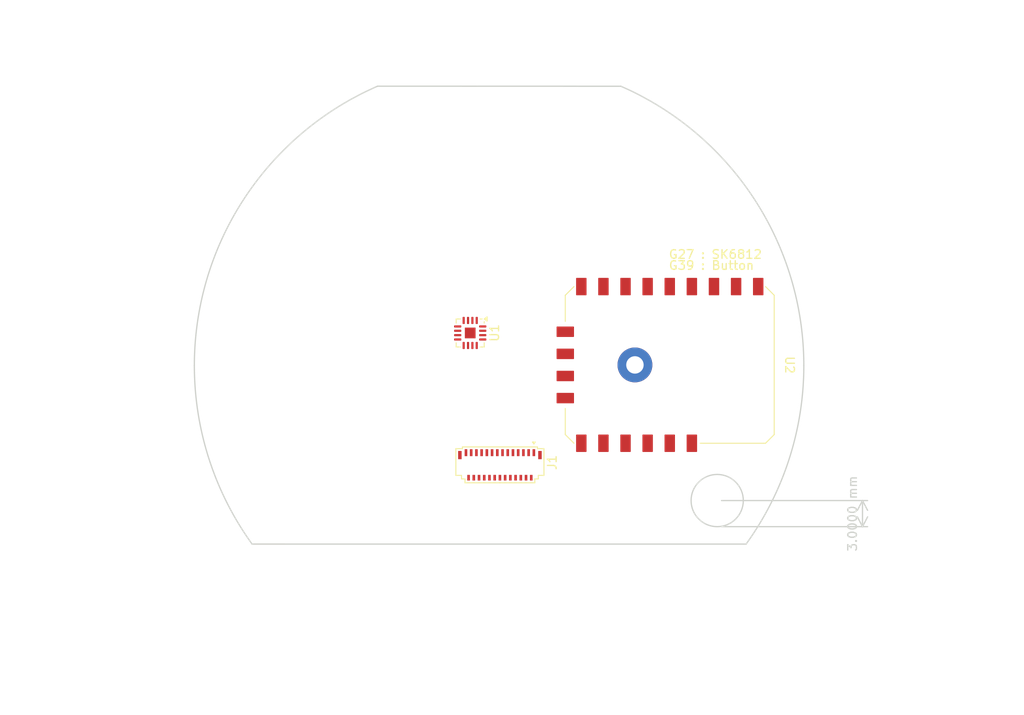
<source format=kicad_pcb>
(kicad_pcb (version 20240108) (generator "pcbnew") (generator_version "8.0")
  (title_block (title "Echo ESPHome"))
  (layers (0 "F.Cu" signal) (31 "B.Cu" signal) (34 "B.Paste" user) (35 "F.Paste" user) (36 "B.SilkS" user "B.Silkscreen") (37 "F.SilkS" user "F.Silkscreen") (38 "B.Mask" user) (39 "F.Mask" user) (44 "Edge.Cuts" user))
  (net 0 "")
  (net 28 "GND")
  (net 29 "/LR_CLK")
  (net 32 "+5V")
  (net 36 "/B_CLK")
  (net 41 "/SDO")
  (net 49 "/LED_DI")
  (net 50 "/LED_CI")
  (net 52 "+3.3V")
  (footprint "Package_DFN_QFN:TQFN-16-1EP_3x3mm_P0.5mm_EP1.23x1.23mm" (layer "F.Cu") (at 96.6875 96.25 -90)
    (property "Reference" "U1" (at 0 -2.8 90) (layer "F.SilkS"))
    (property "Value" "MAX98357A")
    (fp_line (start -1.61 1.61) (end -1.61 1.135) (stroke (width 0.12)) (layer "F.SilkS"))
    (fp_line (start -1.135 1.61) (end -1.61 1.61) (stroke (width 0.12)) (layer "F.SilkS"))
    (fp_line (start 1.135 1.61) (end 1.61 1.61) (stroke (width 0.12)) (layer "F.SilkS"))
    (fp_line (start 1.61 1.61) (end 1.61 1.135) (stroke (width 0.12)) (layer "F.SilkS"))
    (fp_line (start -1.61 -1.135) (end -1.61 -1.37) (stroke (width 0.12)) (layer "F.SilkS"))
    (fp_line (start -1.135 -1.61) (end -1.31 -1.61) (stroke (width 0.12)) (layer "F.SilkS"))
    (fp_line (start 1.135 -1.61) (end 1.61 -1.61) (stroke (width 0.12)) (layer "F.SilkS"))
    (fp_line (start 1.61 -1.61) (end 1.61 -1.135) (stroke (width 0.12)) (layer "F.SilkS"))
    (fp_poly (pts (xy -1.61 -1.61) (xy -1.85 -1.94) (xy -1.37 -1.94) (xy -1.61 -1.61)) (stroke (width 0.12)) (fill solid) (layer "F.SilkS"))
    (pad "1" smd roundrect (at -1.4375 -0.75 270) (size 0.825 0.25) (layers "F.Cu" "F.Paste" "F.Mask") (net 41 "/SDO"))
    (pad "2" smd roundrect (at -1.4375 -0.25 270) (size 0.825 0.25) (layers "F.Cu" "F.Paste" "F.Mask"))
    (pad "3" smd roundrect (at -1.4375 0.25 270) (size 0.825 0.25) (layers "F.Cu" "F.Paste" "F.Mask") (net 28 "GND"))
    (pad "4" smd roundrect (at -1.4375 0.75 270) (size 0.825 0.25) (layers "F.Cu" "F.Paste" "F.Mask"))
    (pad "5" smd roundrect (at -0.75 1.4375 270) (size 0.25 0.825) (layers "F.Cu" "F.Paste" "F.Mask"))
    (pad "6" smd roundrect (at -0.25 1.4375 270) (size 0.25 0.825) (layers "F.Cu" "F.Paste" "F.Mask"))
    (pad "7" smd roundrect (at 0.25 1.4375 270) (size 0.25 0.825) (layers "F.Cu" "F.Paste" "F.Mask") (net 32 "+5V"))
    (pad "8" smd roundrect (at 0.75 1.4375 270) (size 0.25 0.825) (layers "F.Cu" "F.Paste" "F.Mask") (net 32 "+5V"))
    (pad "9" smd roundrect (at 1.4375 0.75 270) (size 0.825 0.25) (layers "F.Cu" "F.Paste" "F.Mask"))
    (pad "10" smd roundrect (at 1.4375 0.25 270) (size 0.825 0.25) (layers "F.Cu" "F.Paste" "F.Mask"))
    (pad "11" smd roundrect (at 1.4375 -0.25 270) (size 0.825 0.25) (layers "F.Cu" "F.Paste" "F.Mask") (net 28 "GND"))
    (pad "12" smd roundrect (at 1.4375 -0.75 270) (size 0.825 0.25) (layers "F.Cu" "F.Paste" "F.Mask"))
    (pad "13" smd roundrect (at 0.75 -1.4375 270) (size 0.25 0.825) (layers "F.Cu" "F.Paste" "F.Mask"))
    (pad "14" smd roundrect (at 0.25 -1.4375 270) (size 0.25 0.825) (layers "F.Cu" "F.Paste" "F.Mask") (net 29 "/LR_CLK"))
    (pad "15" smd roundrect (at -0.25 -1.4375 270) (size 0.25 0.825) (layers "F.Cu" "F.Paste" "F.Mask") (net 28 "GND"))
    (pad "16" smd roundrect (at -0.75 -1.4375 270) (size 0.25 0.825) (layers "F.Cu" "F.Paste" "F.Mask") (net 36 "/B_CLK"))
    (pad "17" smd rect (at 0 0 270) (size 1.23 1.23) (property pad_prop_heatsink) (layers "F.Cu" "F.Mask"))
  )
  (footprint "Connector_FFC-FPC:Hirose_FH26-27S-0.3SHW_2Rows-27Pins-1MP_P0.60mm_Horizontal" (layer "F.Cu") (at 100.1 111.4 -90)
    (property "Reference" "J1" (at -0.27 -6 90) (layer "F.SilkS"))
    (property "Value" "Conn_01x27_Pin")
    (fp_line (start -1.86 5.06) (end -1.86 4.31) (stroke (width 0.12)) (layer "F.SilkS"))
    (fp_line (start 1.21 5.06) (end -1.86 5.06) (stroke (width 0.12)) (layer "F.SilkS"))
    (fp_line (start 1.21 4.41) (end 1.21 5.06) (stroke (width 0.12)) (layer "F.SilkS"))
    (fp_line (start 1.61 4.41) (end 1.21 4.41) (stroke (width 0.12)) (layer "F.SilkS"))
    (fp_line (start -2.06 4.31) (end -2.06 0) (stroke (width 0.12)) (layer "F.SilkS"))
    (fp_line (start -1.86 4.31) (end -2.06 4.31) (stroke (width 0.12)) (layer "F.SilkS"))
    (fp_line (start 1.61 4.01) (end 1.61 4.41) (stroke (width 0.12)) (layer "F.SilkS"))
    (fp_line (start 2.06 4.01) (end 1.61 4.01) (stroke (width 0.12)) (layer "F.SilkS"))
    (fp_line (start 2.06 0) (end 2.06 4.01) (stroke (width 0.12)) (layer "F.SilkS"))
    (fp_line (start 2.06 0) (end 2.06 -4.01) (stroke (width 0.12)) (layer "F.SilkS"))
    (fp_line (start -2.622132 -3.75) (end -2.622132 -4.05) (stroke (width 0.12)) (layer "F.SilkS"))
    (fp_line (start -2.41 -3.9) (end -2.622132 -3.75) (stroke (width 0.12)) (layer "F.SilkS"))
    (fp_line (start 1.61 -4.01) (end 1.61 -4.41) (stroke (width 0.12)) (layer "F.SilkS"))
    (fp_line (start 2.06 -4.01) (end 1.61 -4.01) (stroke (width 0.12)) (layer "F.SilkS"))
    (fp_line (start -2.622132 -4.05) (end -2.41 -3.9) (stroke (width 0.12)) (layer "F.SilkS"))
    (fp_line (start -2.06 -4.31) (end -2.06 0) (stroke (width 0.12)) (layer "F.SilkS"))
    (fp_line (start -1.86 -4.31) (end -2.06 -4.31) (stroke (width 0.12)) (layer "F.SilkS"))
    (fp_line (start 1.21 -4.41) (end 1.21 -5.06) (stroke (width 0.12)) (layer "F.SilkS"))
    (fp_line (start 1.61 -4.41) (end 1.21 -4.41) (stroke (width 0.12)) (layer "F.SilkS"))
    (fp_line (start -1.86 -5.06) (end -1.86 -4.31) (stroke (width 0.12)) (layer "F.SilkS"))
    (fp_line (start 1.21 -5.06) (end -1.86 -5.06) (stroke (width 0.12)) (layer "F.SilkS"))
    (pad "1" smd rect (at -1.4 -3.9 270) (size 0.8 0.3) (layers "F.Cu" "F.Paste" "F.Mask"))
    (pad "2" smd rect (at 1.475 -3.6 270) (size 0.65 0.3) (layers "F.Cu" "F.Paste" "F.Mask"))
    (pad "3" smd rect (at -1.4 -3.3 270) (size 0.8 0.3) (layers "F.Cu" "F.Paste" "F.Mask"))
    (pad "4" smd rect (at 1.475 -3 270) (size 0.65 0.3) (layers "F.Cu" "F.Paste" "F.Mask"))
    (pad "5" smd rect (at -1.4 -2.7 270) (size 0.8 0.3) (layers "F.Cu" "F.Paste" "F.Mask"))
    (pad "6" smd rect (at 1.475 -2.4 270) (size 0.65 0.3) (layers "F.Cu" "F.Paste" "F.Mask"))
    (pad "7" smd rect (at -1.4 -2.1 270) (size 0.8 0.3) (layers "F.Cu" "F.Paste" "F.Mask"))
    (pad "8" smd rect (at 1.475 -1.8 270) (size 0.65 0.3) (layers "F.Cu" "F.Paste" "F.Mask"))
    (pad "9" smd rect (at -1.4 -1.5 270) (size 0.8 0.3) (layers "F.Cu" "F.Paste" "F.Mask"))
    (pad "10" smd rect (at 1.475 -1.2 270) (size 0.65 0.3) (layers "F.Cu" "F.Paste" "F.Mask"))
    (pad "11" smd rect (at -1.4 -0.9 270) (size 0.8 0.3) (layers "F.Cu" "F.Paste" "F.Mask"))
    (pad "12" smd rect (at 1.475 -0.6 270) (size 0.65 0.3) (layers "F.Cu" "F.Paste" "F.Mask"))
    (pad "13" smd rect (at -1.4 -0.3 270) (size 0.8 0.3) (layers "F.Cu" "F.Paste" "F.Mask"))
    (pad "14" smd rect (at 1.475 0 270) (size 0.65 0.3) (layers "F.Cu" "F.Paste" "F.Mask"))
    (pad "15" smd rect (at -1.4 0.3 270) (size 0.8 0.3) (layers "F.Cu" "F.Paste" "F.Mask"))
    (pad "16" smd rect (at 1.475 0.6 270) (size 0.65 0.3) (layers "F.Cu" "F.Paste" "F.Mask"))
    (pad "17" smd rect (at -1.4 0.9 270) (size 0.8 0.3) (layers "F.Cu" "F.Paste" "F.Mask"))
    (pad "18" smd rect (at 1.475 1.2 270) (size 0.65 0.3) (layers "F.Cu" "F.Paste" "F.Mask"))
    (pad "19" smd rect (at -1.4 1.5 270) (size 0.8 0.3) (layers "F.Cu" "F.Paste" "F.Mask"))
    (pad "20" smd rect (at 1.475 1.8 270) (size 0.65 0.3) (layers "F.Cu" "F.Paste" "F.Mask"))
    (pad "21" smd rect (at -1.4 2.1 270) (size 0.8 0.3) (layers "F.Cu" "F.Paste" "F.Mask"))
    (pad "22" smd rect (at 1.475 2.4 270) (size 0.65 0.3) (layers "F.Cu" "F.Paste" "F.Mask"))
    (pad "23" smd rect (at -1.4 2.7 270) (size 0.8 0.3) (layers "F.Cu" "F.Paste" "F.Mask"))
    (pad "24" smd rect (at 1.475 3 270) (size 0.65 0.3) (layers "F.Cu" "F.Paste" "F.Mask"))
    (pad "25" smd rect (at -1.4 3.3 270) (size 0.8 0.3) (layers "F.Cu" "F.Paste" "F.Mask"))
    (pad "26" smd rect (at 1.475 3.6 270) (size 0.65 0.3) (layers "F.Cu" "F.Paste" "F.Mask"))
    (pad "27" smd rect (at -1.4 3.9 270) (size 0.8 0.3) (layers "F.Cu" "F.Paste" "F.Mask"))
    (pad "MP" smd rect (at -1.125 -4.6 270) (size 0.95 0.4) (layers "F.Cu" "F.Paste" "F.Mask"))
    (pad "MP" smd rect (at -1.125 4.6 270) (size 0.95 0.4) (layers "F.Cu" "F.Paste" "F.Mask"))
  )
  (footprint "Boad_dev:M5STAMP-PICO" (layer "F.Cu") (at 115.61 99.92 -90)
    (property "Reference" "U2" (at 0 -17.78 -90) (layer "F.SilkS"))
    (property "Value" "M5STAMP-PICO")
    (fp_line (start -8 8) (end -5 8) (stroke (width 0.12)) (layer "F.SilkS"))
    (fp_line (start 5 8) (end 8 8) (stroke (width 0.12)) (layer "F.SilkS"))
    (fp_line (start 8 8) (end 9 7) (stroke (width 0.12)) (layer "F.SilkS"))
    (fp_line (start -9 7) (end -8 8) (stroke (width 0.12)) (layer "F.SilkS"))
    (fp_line (start -9 -15) (end -8 -16) (stroke (width 0.12)) (layer "F.SilkS"))
    (fp_line (start 9 -15) (end 9 -7.5) (stroke (width 0.12)) (layer "F.SilkS"))
    (fp_line (start -8 -16) (end 8 -16) (stroke (width 0.12)) (layer "F.SilkS"))
    (fp_line (start 8 -16) (end 9 -15) (stroke (width 0.12)) (layer "F.SilkS"))
    (fp_text user "G27 : SK6812" (at -12.7 -3.81 0) (layer "F.SilkS") (effects (justify left)))
    (fp_text user "G39 : Button" (at -11.43 -3.81 0) (layer "F.SilkS") (effects (justify left)))
    (pad "" thru_hole circle (at 0 0 270) (size 4 4) (drill 2) (layers "*.Cu" "*.Mask"))
    (pad "1" smd roundrect (at -9 -14.16 270) (size 2 1.2) (layers "F.Cu" "F.Paste" "F.Mask") (roundrect_rratio 0.05) (net 49 "/LED_DI"))
    (pad "2" smd roundrect (at -9 -11.62 270) (size 2 1.2) (layers "F.Cu" "F.Paste" "F.Mask") (roundrect_rratio 0.05))
    (pad "3" smd roundrect (at -9 -9.08 270) (size 2 1.2) (layers "F.Cu" "F.Paste" "F.Mask") (roundrect_rratio 0.05) (net 50 "/LED_CI"))
    (pad "4" smd roundrect (at -9 -6.54 270) (size 2 1.2) (layers "F.Cu" "F.Paste" "F.Mask") (roundrect_rratio 0.05) (net 36 "/B_CLK"))
    (pad "5" smd roundrect (at -9 -4 270) (size 2 1.2) (layers "F.Cu" "F.Paste" "F.Mask") (roundrect_rratio 0.05))
    (pad "6" smd roundrect (at -9 -1.46 270) (size 2 1.2) (layers "F.Cu" "F.Paste" "F.Mask") (roundrect_rratio 0.05) (net 41 "/SDO"))
    (pad "7" smd roundrect (at -9 1.08 270) (size 2 1.2) (layers "F.Cu" "F.Paste" "F.Mask") (roundrect_rratio 0.05))
    (pad "8" smd roundrect (at -9 3.62 270) (size 2 1.2) (layers "F.Cu" "F.Paste" "F.Mask") (roundrect_rratio 0.05) (net 32 "+5V"))
    (pad "9" smd roundrect (at -9 6.16 270) (size 2 1.2) (layers "F.Cu" "F.Paste" "F.Mask") (roundrect_rratio 0.05) (net 28 "GND"))
    (pad "10" smd roundrect (at -3.81 8) (size 2 1.2) (layers "F.Cu" "F.Paste" "F.Mask") (roundrect_rratio 0.05) (net 28 "GND"))
    (pad "11" smd roundrect (at -1.27 8) (size 2 1.2) (layers "F.Cu" "F.Paste" "F.Mask") (roundrect_rratio 0.05) (net 32 "+5V"))
    (pad "12" smd roundrect (at 1.27 8) (size 2 1.2) (layers "F.Cu" "F.Paste" "F.Mask") (roundrect_rratio 0.05))
    (pad "13" smd roundrect (at 3.81 8) (size 2 1.2) (layers "F.Cu" "F.Paste" "F.Mask") (roundrect_rratio 0.05) (net 29 "/LR_CLK"))
    (pad "14" smd roundrect (at 9 6.16 270) (size 2 1.2) (layers "F.Cu" "F.Paste" "F.Mask") (roundrect_rratio 0.05) (net 28 "GND"))
    (pad "15" smd roundrect (at 9 3.62 270) (size 2 1.2) (layers "F.Cu" "F.Paste" "F.Mask") (roundrect_rratio 0.05))
    (pad "16" smd roundrect (at 9 1.08 270) (size 2 1.2) (layers "F.Cu" "F.Paste" "F.Mask") (roundrect_rratio 0.05))
    (pad "17" smd roundrect (at 9 -1.46 270) (size 2 1.2) (layers "F.Cu" "F.Paste" "F.Mask") (roundrect_rratio 0.05))
    (pad "18" smd roundrect (at 9 -4 270) (size 2 1.2) (layers "F.Cu" "F.Paste" "F.Mask") (roundrect_rratio 0.05))
    (pad "19" smd roundrect (at 9 -6.54 270) (size 2 1.2) (layers "F.Cu" "F.Paste" "F.Mask") (roundrect_rratio 0.05) (net 52 "+3.3V"))
  )
  (gr_arc (start 135.01 100) (mid 133.311367 110.772787) (end 128.380298 120.500215) (stroke (width 0.15)) (layer "Edge.Cuts"))
  (gr_arc (start 113.995948 67.909292) (mid 129.289061 80.820558) (end 135.01 100) (stroke (width 0.15)) (layer "Edge.Cuts"))
  (gr_line (start 71.631238 120.499106) (end 128.380298 120.500215) (stroke (width 0.15)) (layer "Edge.Cuts"))
  (gr_circle (center 125.06 115.5) (end 128.06 115.5) (stroke (width 0.15)) (fill none) (layer "Edge.Cuts"))
  (gr_arc (start 65 100) (mid 70.731864 80.80687) (end 86.050071 67.900164) (stroke (width 0.15)) (layer "Edge.Cuts"))
  (gr_arc (start 71.631238 120.499106) (mid 66.699049 110.772496) (end 65 100) (stroke (width 0.15)) (layer "Edge.Cuts"))
  (gr_line (start 86.050071 67.900164) (end 113.995948 67.909292) (stroke (width 0.15)) (layer "Edge.Cuts"))
  (dimension (type orthogonal) (layer "Edge.Cuts") (pts (xy 125.06 115.5) (xy 125.06 118.5)) (height 16.69) (orientation 1) (gr_text "3.0000 mm" (at 140.6 117 90) (layer "Edge.Cuts") (effects (font (size 1 1) (thickness 0.15)))) (format (prefix "") (suffix "") (units 3) (units_format 1) (precision 4)) (style (thickness 0.15) (arrow_length 1.27) (text_position_mode 0) (extension_height 0.58642) (extension_offset 0.5) keep_text_aligned))
)
</source>
